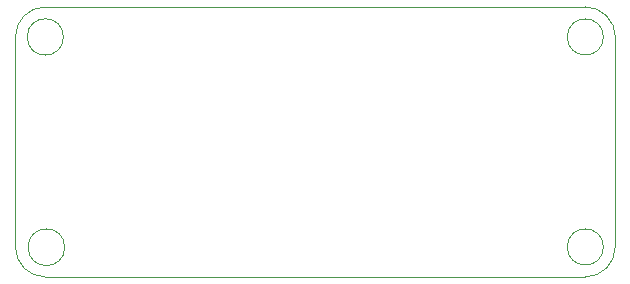
<source format=gbr>
%TF.GenerationSoftware,KiCad,Pcbnew,8.0.4*%
%TF.CreationDate,2024-08-09T00:28:27-05:00*%
%TF.ProjectId,FeatherDancer,46656174-6865-4724-9461-6e6365722e6b,rev?*%
%TF.SameCoordinates,Original*%
%TF.FileFunction,Profile,NP*%
%FSLAX46Y46*%
G04 Gerber Fmt 4.6, Leading zero omitted, Abs format (unit mm)*
G04 Created by KiCad (PCBNEW 8.0.4) date 2024-08-09 00:28:27*
%MOMM*%
%LPD*%
G01*
G04 APERTURE LIST*
%TA.AperFunction,Profile*%
%ADD10C,0.050000*%
%TD*%
G04 APERTURE END LIST*
D10*
X127280233Y-113919000D02*
G75*
G02*
X124179767Y-113919000I-1550233J0D01*
G01*
X124179767Y-113919000D02*
G75*
G02*
X127280233Y-113919000I1550233J0D01*
G01*
X127177380Y-96113600D02*
G75*
G02*
X124104820Y-96113600I-1536280J0D01*
G01*
X124104820Y-96113600D02*
G75*
G02*
X127177380Y-96113600I1536280J0D01*
G01*
X172888958Y-96113600D02*
G75*
G02*
X169833242Y-96113600I-1527858J0D01*
G01*
X169833242Y-96113600D02*
G75*
G02*
X172888958Y-96113600I1527858J0D01*
G01*
X172888958Y-113893600D02*
G75*
G02*
X169833242Y-113893600I-1527858J0D01*
G01*
X169833242Y-113893600D02*
G75*
G02*
X172888958Y-113893600I1527858J0D01*
G01*
X171361100Y-93573600D02*
G75*
G02*
X173901100Y-96113600I0J-2540000D01*
G01*
X125641100Y-93573600D02*
X171361100Y-93573600D01*
X123101100Y-113893600D02*
X123101100Y-96113600D01*
X173901100Y-96113600D02*
X173901100Y-113893600D01*
X123101100Y-96113600D02*
G75*
G02*
X125641100Y-93573600I2540000J0D01*
G01*
X173901100Y-113893600D02*
G75*
G02*
X171361100Y-116433600I-2540000J0D01*
G01*
X125641100Y-116433600D02*
G75*
G02*
X123101100Y-113893600I0J2540000D01*
G01*
X171361100Y-116433600D02*
X125641100Y-116433600D01*
M02*

</source>
